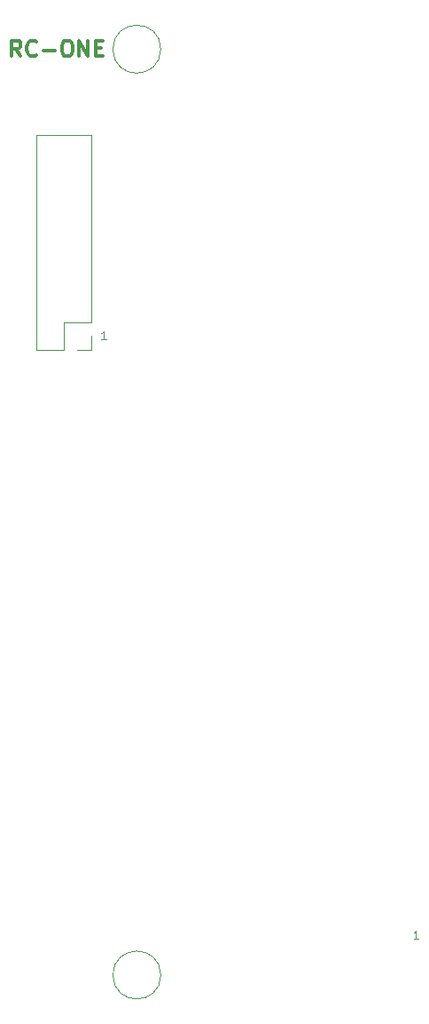
<source format=gto>
G04 #@! TF.FileFunction,Legend,Top*
%FSLAX46Y46*%
G04 Gerber Fmt 4.6, Leading zero omitted, Abs format (unit mm)*
G04 Created by KiCad (PCBNEW 4.0.7) date 01/27/20 23:17:01*
%MOMM*%
%LPD*%
G01*
G04 APERTURE LIST*
%ADD10C,0.100000*%
%ADD11C,0.300000*%
%ADD12C,0.120000*%
G04 APERTURE END LIST*
D10*
X108813572Y-68306905D02*
X108356429Y-68306905D01*
X108585000Y-68306905D02*
X108585000Y-67506905D01*
X108508810Y-67621190D01*
X108432619Y-67697381D01*
X108356429Y-67735476D01*
X138658572Y-125456905D02*
X138201429Y-125456905D01*
X138430000Y-125456905D02*
X138430000Y-124656905D01*
X138353810Y-124771190D01*
X138277619Y-124847381D01*
X138201429Y-124885476D01*
D11*
X100675714Y-41318571D02*
X100175714Y-40604286D01*
X99818571Y-41318571D02*
X99818571Y-39818571D01*
X100389999Y-39818571D01*
X100532857Y-39890000D01*
X100604285Y-39961429D01*
X100675714Y-40104286D01*
X100675714Y-40318571D01*
X100604285Y-40461429D01*
X100532857Y-40532857D01*
X100389999Y-40604286D01*
X99818571Y-40604286D01*
X102175714Y-41175714D02*
X102104285Y-41247143D01*
X101889999Y-41318571D01*
X101747142Y-41318571D01*
X101532857Y-41247143D01*
X101389999Y-41104286D01*
X101318571Y-40961429D01*
X101247142Y-40675714D01*
X101247142Y-40461429D01*
X101318571Y-40175714D01*
X101389999Y-40032857D01*
X101532857Y-39890000D01*
X101747142Y-39818571D01*
X101889999Y-39818571D01*
X102104285Y-39890000D01*
X102175714Y-39961429D01*
X102818571Y-40747143D02*
X103961428Y-40747143D01*
X104961428Y-39818571D02*
X105247142Y-39818571D01*
X105390000Y-39890000D01*
X105532857Y-40032857D01*
X105604285Y-40318571D01*
X105604285Y-40818571D01*
X105532857Y-41104286D01*
X105390000Y-41247143D01*
X105247142Y-41318571D01*
X104961428Y-41318571D01*
X104818571Y-41247143D01*
X104675714Y-41104286D01*
X104604285Y-40818571D01*
X104604285Y-40318571D01*
X104675714Y-40032857D01*
X104818571Y-39890000D01*
X104961428Y-39818571D01*
X106247143Y-41318571D02*
X106247143Y-39818571D01*
X107104286Y-41318571D01*
X107104286Y-39818571D01*
X107818572Y-40532857D02*
X108318572Y-40532857D01*
X108532858Y-41318571D02*
X107818572Y-41318571D01*
X107818572Y-39818571D01*
X108532858Y-39818571D01*
D12*
X114046000Y-128905000D02*
G75*
G03X114046000Y-128905000I-2286000J0D01*
G01*
X114046000Y-40640000D02*
G75*
G03X114046000Y-40640000I-2286000J0D01*
G01*
X107375000Y-48835000D02*
X102175000Y-48835000D01*
X107375000Y-66675000D02*
X107375000Y-48835000D01*
X102175000Y-69275000D02*
X102175000Y-48835000D01*
X107375000Y-66675000D02*
X104775000Y-66675000D01*
X104775000Y-66675000D02*
X104775000Y-69275000D01*
X104775000Y-69275000D02*
X102175000Y-69275000D01*
X107375000Y-67945000D02*
X107375000Y-69275000D01*
X107375000Y-69275000D02*
X106045000Y-69275000D01*
M02*

</source>
